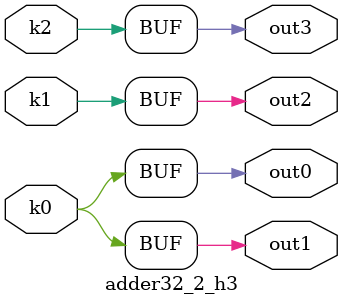
<source format=v>
module adder32_2(pi0, pi1, pi2, pi3, pi4, pi5, po0, po1, po2, po3);
input pi0, pi1, pi2, pi3, pi4, pi5;
output po0, po1, po2, po3;
wire k0, k1, k2;
adder32_2_w3 DUT1 (pi0, pi1, pi2, pi3, pi4, pi5, k0, k1, k2);
adder32_2_h3 DUT2 (k0, k1, k2, po0, po1, po2, po3);
endmodule

module adder32_2_w3(in5, in4, in3, in2, in1, in0, k2, k1, k0);
input in5, in4, in3, in2, in1, in0;
output k2, k1, k0;
assign k0 =   ((~in3 ^ in0) & ((in5 & in2 & (in4 | in1)) | (in4 & in1))) | ((in3 ^ in0) & ((~in4 & ~in1) | ((~in4 | ~in1) & (~in5 | ~in2))));
assign k1 =   (in5 & in2 & (~in4 ^ in1)) | ((in4 ^ in1) & (~in5 | ~in2));
assign k2 =   ~in5 ^ ~in2;
endmodule

module adder32_2_h3(k2, k1, k0, out3, out2, out1, out0);
input k2, k1, k0;
output out3, out2, out1, out0;
assign out0 = k0;
assign out1 = k0;
assign out2 = k1;
assign out3 = k2;
endmodule

</source>
